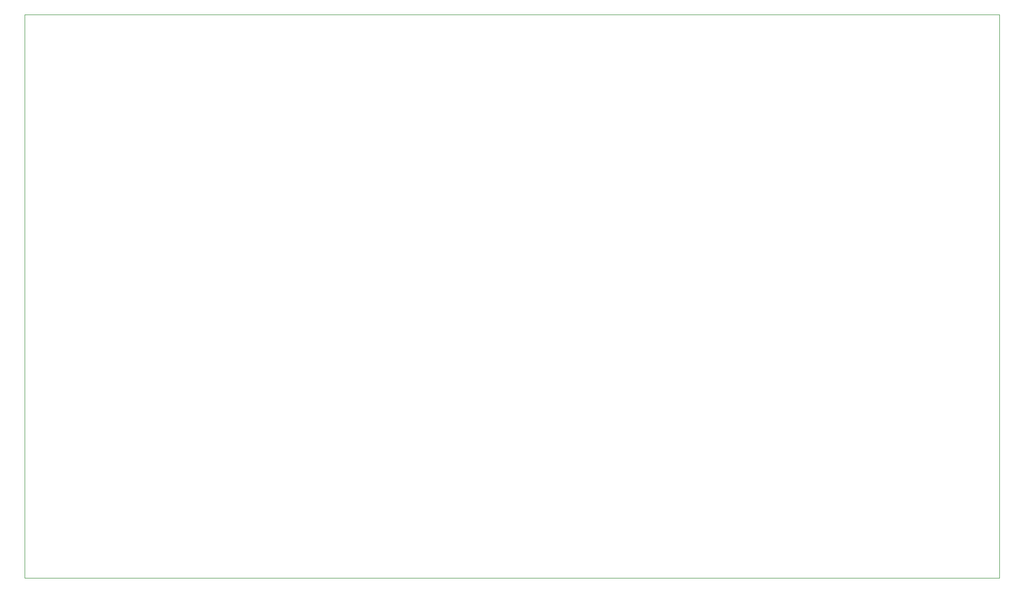
<source format=gm1>
%TF.GenerationSoftware,KiCad,Pcbnew,9.0.5*%
%TF.CreationDate,2025-12-09T20:55:15+01:00*%
%TF.ProjectId,Manette drone Robotech,4d616e65-7474-4652-9064-726f6e652052,rev?*%
%TF.SameCoordinates,Original*%
%TF.FileFunction,Profile,NP*%
%FSLAX46Y46*%
G04 Gerber Fmt 4.6, Leading zero omitted, Abs format (unit mm)*
G04 Created by KiCad (PCBNEW 9.0.5) date 2025-12-09 20:55:15*
%MOMM*%
%LPD*%
G01*
G04 APERTURE LIST*
%TA.AperFunction,Profile*%
%ADD10C,0.050000*%
%TD*%
G04 APERTURE END LIST*
D10*
X18300000Y-17600000D02*
X182500000Y-17600000D01*
X182500000Y-112600000D01*
X18300000Y-112600000D01*
X18300000Y-17600000D01*
M02*

</source>
